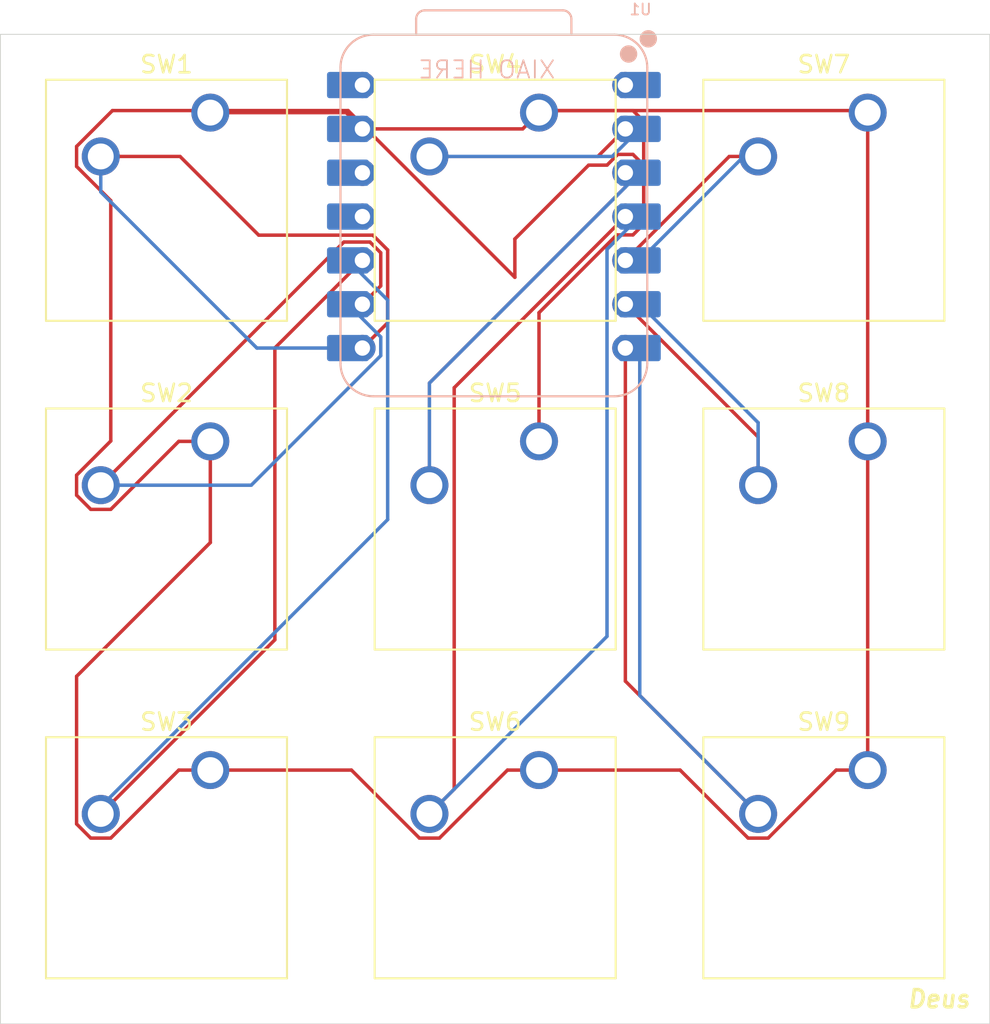
<source format=kicad_pcb>
(kicad_pcb (version 20241229) (generator "pcbnew") (generator_version "9.0")
  (layers (0 "F.Cu" signal) (2 "B.Cu" signal) (13 "F.Paste" user) (15 "B.Paste" user) (5 "F.SilkS" user "F.Silkscreen") (7 "B.SilkS" user "B.Silkscreen") (1 "F.Mask" user) (3 "B.Mask" user) (25 "Edge.Cuts" user))
  (net 0 "")
  (net 1 "GND")
  (net 2 "Net-(U1-GPIO1{slash}RX)")
  (net 3 "Net-(U1-GPIO2{slash}SCK)")
  (net 4 "Net-(U1-GPIO4{slash}MISO)")
  (net 5 "Net-(U1-GPIO27{slash}ADC1{slash}A1)")
  (net 6 "Net-(U1-GPIO28{slash}ADC2{slash}A2)")
  (net 7 "Net-(U1-GPIO29{slash}ADC3{slash}A3)")
  (net 8 "Net-(U1-GPIO6{slash}SDA)")
  (net 9 "Net-(U1-GPIO7{slash}SCL)")
  (net 10 "Net-(U1-GPIO0{slash}TX)")
  (net 11 "+5V")
  (footprint "Button_Switch_Keyboard:SW_Cherry_MX_1.00u_PCB" (layer "F.Cu") (at 186.464776 63.97625)
    (property "Reference" "SW4" (at -2.54 -2.794 0) (layer "F.SilkS"))
    (property "Value" "SW_Push")
    (fp_line (start -9.525 -1.905) (end 4.445 -1.905) (stroke (width 0.12)) (layer "F.SilkS"))
    (fp_line (start -9.525 12.065) (end -9.525 -1.905) (stroke (width 0.12)) (layer "F.SilkS"))
    (fp_line (start 4.445 -1.905) (end 4.445 12.065) (stroke (width 0.12)) (layer "F.SilkS"))
    (fp_line (start 4.445 12.065) (end -9.525 12.065) (stroke (width 0.12)) (layer "F.SilkS"))
    (pad "" np_thru_hole circle (at -7.62 5.08) (size 1.7 1.7) (drill 1.7) (layers "*.Cu" "*.Mask"))
    (pad "" np_thru_hole circle (at -2.54 5.08) (size 4 4) (drill 4) (layers "*.Cu" "*.Mask"))
    (pad "" np_thru_hole circle (at 2.54 5.08) (size 1.7 1.7) (drill 1.7) (layers "*.Cu" "*.Mask"))
    (pad "1" thru_hole circle (at 0 0) (size 2.2 2.2) (drill 1.5) (layers "*.Cu" "*.Mask") (net 1 "GND"))
    (pad "2" thru_hole circle (at -6.35 2.54) (size 2.2 2.2) (drill 1.5) (layers "*.Cu" "*.Mask") (net 5 "Net-(U1-GPIO27{slash}ADC1{slash}A1)"))
  )
  (footprint "Button_Switch_Keyboard:SW_Cherry_MX_1.00u_PCB" (layer "F.Cu") (at 205.514776 83.02625)
    (property "Reference" "SW8" (at -2.54 -2.794 0) (layer "F.SilkS"))
    (property "Value" "SW_Push")
    (fp_line (start -9.525 -1.905) (end 4.445 -1.905) (stroke (width 0.12)) (layer "F.SilkS"))
    (fp_line (start -9.525 12.065) (end -9.525 -1.905) (stroke (width 0.12)) (layer "F.SilkS"))
    (fp_line (start 4.445 -1.905) (end 4.445 12.065) (stroke (width 0.12)) (layer "F.SilkS"))
    (fp_line (start 4.445 12.065) (end -9.525 12.065) (stroke (width 0.12)) (layer "F.SilkS"))
    (pad "" np_thru_hole circle (at -7.62 5.08) (size 1.7 1.7) (drill 1.7) (layers "*.Cu" "*.Mask"))
    (pad "" np_thru_hole circle (at -2.54 5.08) (size 4 4) (drill 4) (layers "*.Cu" "*.Mask"))
    (pad "" np_thru_hole circle (at 2.54 5.08) (size 1.7 1.7) (drill 1.7) (layers "*.Cu" "*.Mask"))
    (pad "1" thru_hole circle (at 0 0) (size 2.2 2.2) (drill 1.5) (layers "*.Cu" "*.Mask") (net 1 "GND"))
    (pad "2" thru_hole circle (at -6.35 2.54) (size 2.2 2.2) (drill 1.5) (layers "*.Cu" "*.Mask") (net 9 "Net-(U1-GPIO7{slash}SCL)"))
  )
  (footprint "Button_Switch_Keyboard:SW_Cherry_MX_1.00u_PCB" (layer "F.Cu") (at 205.514776 102.07625)
    (property "Reference" "SW9" (at -2.54 -2.794 0) (layer "F.SilkS"))
    (property "Value" "SW_Push")
    (fp_line (start -9.525 -1.905) (end 4.445 -1.905) (stroke (width 0.12)) (layer "F.SilkS"))
    (fp_line (start -9.525 12.065) (end -9.525 -1.905) (stroke (width 0.12)) (layer "F.SilkS"))
    (fp_line (start 4.445 -1.905) (end 4.445 12.065) (stroke (width 0.12)) (layer "F.SilkS"))
    (fp_line (start 4.445 12.065) (end -9.525 12.065) (stroke (width 0.12)) (layer "F.SilkS"))
    (pad "" np_thru_hole circle (at -7.62 5.08) (size 1.7 1.7) (drill 1.7) (layers "*.Cu" "*.Mask"))
    (pad "" np_thru_hole circle (at -2.54 5.08) (size 4 4) (drill 4) (layers "*.Cu" "*.Mask"))
    (pad "" np_thru_hole circle (at 2.54 5.08) (size 1.7 1.7) (drill 1.7) (layers "*.Cu" "*.Mask"))
    (pad "1" thru_hole circle (at 0 0) (size 2.2 2.2) (drill 1.5) (layers "*.Cu" "*.Mask") (net 1 "GND"))
    (pad "2" thru_hole circle (at -6.35 2.54) (size 2.2 2.2) (drill 1.5) (layers "*.Cu" "*.Mask") (net 10 "Net-(U1-GPIO0{slash}TX)"))
  )
  (footprint "Button_Switch_Keyboard:SW_Cherry_MX_1.00u_PCB" (layer "F.Cu") (at 167.414776 102.07625)
    (property "Reference" "SW3" (at -2.54 -2.794 0) (layer "F.SilkS"))
    (property "Value" "SW_Push")
    (fp_line (start -9.525 -1.905) (end 4.445 -1.905) (stroke (width 0.12)) (layer "F.SilkS"))
    (fp_line (start -9.525 12.065) (end -9.525 -1.905) (stroke (width 0.12)) (layer "F.SilkS"))
    (fp_line (start 4.445 -1.905) (end 4.445 12.065) (stroke (width 0.12)) (layer "F.SilkS"))
    (fp_line (start 4.445 12.065) (end -9.525 12.065) (stroke (width 0.12)) (layer "F.SilkS"))
    (pad "" np_thru_hole circle (at -7.62 5.08) (size 1.7 1.7) (drill 1.7) (layers "*.Cu" "*.Mask"))
    (pad "" np_thru_hole circle (at -2.54 5.08) (size 4 4) (drill 4) (layers "*.Cu" "*.Mask"))
    (pad "" np_thru_hole circle (at 2.54 5.08) (size 1.7 1.7) (drill 1.7) (layers "*.Cu" "*.Mask"))
    (pad "1" thru_hole circle (at 0 0) (size 2.2 2.2) (drill 1.5) (layers "*.Cu" "*.Mask") (net 1 "GND"))
    (pad "2" thru_hole circle (at -6.35 2.54) (size 2.2 2.2) (drill 1.5) (layers "*.Cu" "*.Mask") (net 4 "Net-(U1-GPIO4{slash}MISO)"))
  )
  (footprint "Button_Switch_Keyboard:SW_Cherry_MX_1.00u_PCB" (layer "F.Cu") (at 186.464776 102.07625)
    (property "Reference" "SW6" (at -2.54 -2.794 0) (layer "F.SilkS"))
    (property "Value" "SW_Push")
    (fp_line (start -9.525 -1.905) (end 4.445 -1.905) (stroke (width 0.12)) (layer "F.SilkS"))
    (fp_line (start -9.525 12.065) (end -9.525 -1.905) (stroke (width 0.12)) (layer "F.SilkS"))
    (fp_line (start 4.445 -1.905) (end 4.445 12.065) (stroke (width 0.12)) (layer "F.SilkS"))
    (fp_line (start 4.445 12.065) (end -9.525 12.065) (stroke (width 0.12)) (layer "F.SilkS"))
    (pad "" np_thru_hole circle (at -7.62 5.08) (size 1.7 1.7) (drill 1.7) (layers "*.Cu" "*.Mask"))
    (pad "" np_thru_hole circle (at -2.54 5.08) (size 4 4) (drill 4) (layers "*.Cu" "*.Mask"))
    (pad "" np_thru_hole circle (at 2.54 5.08) (size 1.7 1.7) (drill 1.7) (layers "*.Cu" "*.Mask"))
    (pad "1" thru_hole circle (at 0 0) (size 2.2 2.2) (drill 1.5) (layers "*.Cu" "*.Mask") (net 1 "GND"))
    (pad "2" thru_hole circle (at -6.35 2.54) (size 2.2 2.2) (drill 1.5) (layers "*.Cu" "*.Mask") (net 7 "Net-(U1-GPIO29{slash}ADC3{slash}A3)"))
  )
  (footprint "Button_Switch_Keyboard:SW_Cherry_MX_1.00u_PCB" (layer "F.Cu") (at 167.414776 63.97625)
    (property "Reference" "SW1" (at -2.54 -2.794 0) (layer "F.SilkS"))
    (property "Value" "SW_Push")
    (fp_line (start -9.525 -1.905) (end 4.445 -1.905) (stroke (width 0.12)) (layer "F.SilkS"))
    (fp_line (start -9.525 12.065) (end -9.525 -1.905) (stroke (width 0.12)) (layer "F.SilkS"))
    (fp_line (start 4.445 -1.905) (end 4.445 12.065) (stroke (width 0.12)) (layer "F.SilkS"))
    (fp_line (start 4.445 12.065) (end -9.525 12.065) (stroke (width 0.12)) (layer "F.SilkS"))
    (pad "" np_thru_hole circle (at -7.62 5.08) (size 1.7 1.7) (drill 1.7) (layers "*.Cu" "*.Mask"))
    (pad "" np_thru_hole circle (at -2.54 5.08) (size 4 4) (drill 4) (layers "*.Cu" "*.Mask"))
    (pad "" np_thru_hole circle (at 2.54 5.08) (size 1.7 1.7) (drill 1.7) (layers "*.Cu" "*.Mask"))
    (pad "1" thru_hole circle (at 0 0) (size 2.2 2.2) (drill 1.5) (layers "*.Cu" "*.Mask") (net 1 "GND"))
    (pad "2" thru_hole circle (at -6.35 2.54) (size 2.2 2.2) (drill 1.5) (layers "*.Cu" "*.Mask") (net 2 "Net-(U1-GPIO1{slash}RX)"))
  )
  (footprint "Button_Switch_Keyboard:SW_Cherry_MX_1.00u_PCB" (layer "F.Cu") (at 205.514776 63.97625)
    (property "Reference" "SW7" (at -2.54 -2.794 0) (layer "F.SilkS"))
    (property "Value" "SW_Push")
    (fp_line (start -9.525 -1.905) (end 4.445 -1.905) (stroke (width 0.12)) (layer "F.SilkS"))
    (fp_line (start -9.525 12.065) (end -9.525 -1.905) (stroke (width 0.12)) (layer "F.SilkS"))
    (fp_line (start 4.445 -1.905) (end 4.445 12.065) (stroke (width 0.12)) (layer "F.SilkS"))
    (fp_line (start 4.445 12.065) (end -9.525 12.065) (stroke (width 0.12)) (layer "F.SilkS"))
    (pad "" np_thru_hole circle (at -7.62 5.08) (size 1.7 1.7) (drill 1.7) (layers "*.Cu" "*.Mask"))
    (pad "" np_thru_hole circle (at -2.54 5.08) (size 4 4) (drill 4) (layers "*.Cu" "*.Mask"))
    (pad "" np_thru_hole circle (at 2.54 5.08) (size 1.7 1.7) (drill 1.7) (layers "*.Cu" "*.Mask"))
    (pad "1" thru_hole circle (at 0 0) (size 2.2 2.2) (drill 1.5) (layers "*.Cu" "*.Mask") (net 1 "GND"))
    (pad "2" thru_hole circle (at -6.35 2.54) (size 2.2 2.2) (drill 1.5) (layers "*.Cu" "*.Mask") (net 8 "Net-(U1-GPIO6{slash}SDA)"))
  )
  (footprint "Button_Switch_Keyboard:SW_Cherry_MX_1.00u_PCB" (layer "F.Cu") (at 186.464776 83.02625)
    (property "Reference" "SW5" (at -2.54 -2.794 0) (layer "F.SilkS"))
    (property "Value" "SW_Push")
    (fp_line (start -9.525 -1.905) (end 4.445 -1.905) (stroke (width 0.12)) (layer "F.SilkS"))
    (fp_line (start -9.525 12.065) (end -9.525 -1.905) (stroke (width 0.12)) (layer "F.SilkS"))
    (fp_line (start 4.445 -1.905) (end 4.445 12.065) (stroke (width 0.12)) (layer "F.SilkS"))
    (fp_line (start 4.445 12.065) (end -9.525 12.065) (stroke (width 0.12)) (layer "F.SilkS"))
    (pad "" np_thru_hole circle (at -7.62 5.08) (size 1.7 1.7) (drill 1.7) (layers "*.Cu" "*.Mask"))
    (pad "" np_thru_hole circle (at -2.54 5.08) (size 4 4) (drill 4) (layers "*.Cu" "*.Mask"))
    (pad "" np_thru_hole circle (at 2.54 5.08) (size 1.7 1.7) (drill 1.7) (layers "*.Cu" "*.Mask"))
    (pad "1" thru_hole circle (at 0 0) (size 2.2 2.2) (drill 1.5) (layers "*.Cu" "*.Mask") (net 1 "GND"))
    (pad "2" thru_hole circle (at -6.35 2.54) (size 2.2 2.2) (drill 1.5) (layers "*.Cu" "*.Mask") (net 6 "Net-(U1-GPIO28{slash}ADC2{slash}A2)"))
  )
  (footprint "Button_Switch_Keyboard:SW_Cherry_MX_1.00u_PCB" (layer "F.Cu") (at 167.414776 83.02625)
    (property "Reference" "SW2" (at -2.54 -2.794 0) (layer "F.SilkS"))
    (property "Value" "SW_Push")
    (fp_line (start -9.525 -1.905) (end 4.445 -1.905) (stroke (width 0.12)) (layer "F.SilkS"))
    (fp_line (start -9.525 12.065) (end -9.525 -1.905) (stroke (width 0.12)) (layer "F.SilkS"))
    (fp_line (start 4.445 -1.905) (end 4.445 12.065) (stroke (width 0.12)) (layer "F.SilkS"))
    (fp_line (start 4.445 12.065) (end -9.525 12.065) (stroke (width 0.12)) (layer "F.SilkS"))
    (pad "" np_thru_hole circle (at -7.62 5.08) (size 1.7 1.7) (drill 1.7) (layers "*.Cu" "*.Mask"))
    (pad "" np_thru_hole circle (at -2.54 5.08) (size 4 4) (drill 4) (layers "*.Cu" "*.Mask"))
    (pad "" np_thru_hole circle (at 2.54 5.08) (size 1.7 1.7) (drill 1.7) (layers "*.Cu" "*.Mask"))
    (pad "1" thru_hole circle (at 0 0) (size 2.2 2.2) (drill 1.5) (layers "*.Cu" "*.Mask") (net 1 "GND"))
    (pad "2" thru_hole circle (at -6.35 2.54) (size 2.2 2.2) (drill 1.5) (layers "*.Cu" "*.Mask") (net 3 "Net-(U1-GPIO2{slash}SCK)"))
  )
  (footprint "Seeed Studio XIAO Series Library:XIAO-RP2040-DIP" (layer "B.Cu") (at 183.849552 70 180)
    (property "Reference" "U1" (at -8.5 12 0) (layer "B.SilkS") (effects (font (size 0.635 0.635) (thickness 0.1016)) (justify mirror)))
    (property "Value" "XIAO-RP2040-DIP")
    (fp_line (start 8.89 -8.509) (end 8.89 8.636) (stroke (width 0.127)) (layer "B.SilkS"))
    (fp_line (start 6.985 10.541) (end -6.985 10.541) (stroke (width 0.1)) (layer "B.SilkS"))
    (fp_line (start 6.985 10.541) (end -6.985 10.541) (stroke (width 0.127)) (layer "B.SilkS"))
    (fp_line (start 4.504 11.451) (end 4.504 10.541) (stroke (width 0.127)) (layer "B.SilkS"))
    (fp_line (start -3.991272 11.951) (end 4.004 11.951) (stroke (width 0.127)) (layer "B.SilkS"))
    (fp_line (start -4.495 10.541) (end -4.491272 11.451272) (stroke (width 0.127)) (layer "B.SilkS"))
    (fp_line (start -6.985 -10.414) (end 6.985 -10.414) (stroke (width 0.127)) (layer "B.SilkS"))
    (fp_line (start -8.89 -8.509) (end -8.89 8.636) (stroke (width 0.127)) (layer "B.SilkS"))
    (fp_arc (start 8.89 8.636) (mid 8.332038 9.983038) (end 6.985 10.541) (stroke (width 0.127)) (layer "B.SilkS"))
    (fp_arc (start 6.985 -10.414) (mid 8.332038 -9.856038) (end 8.89 -8.509) (stroke (width 0.127)) (layer "B.SilkS"))
    (fp_arc (start 4.504 11.451) (mid 4.357553 11.804553) (end 4.004 11.951) (stroke (width 0.127)) (layer "B.SilkS"))
    (fp_arc (start -3.991272 11.951) (mid -4.344724 11.804644) (end -4.491272 11.451272) (stroke (width 0.127)) (layer "B.SilkS"))
    (fp_arc (start -6.985 10.541) (mid -8.332038 9.983038) (end -8.89 8.636) (stroke (width 0.127)) (layer "B.SilkS"))
    (fp_arc (start -8.89 -8.509) (mid -8.332038 -9.856038) (end -6.985 -10.414) (stroke (width 0.127)) (layer "B.SilkS"))
    (fp_circle (center -7.807 9.42) (end -7.807 9.674) (stroke (width 0.5)) (fill yes) (layer "B.SilkS"))
    (fp_circle (center -8.95 10.3) (end -8.95 10.554) (stroke (width 0.5)) (fill yes) (layer "B.SilkS"))
    (pad "1" smd roundrect (at -8.455 7.62) (size 2.432 1.524) (layers "B.Cu" "B.Mask") (roundrect_rratio 0.1))
    (pad "1" thru_hole circle (at -7.62 7.62) (size 1.524 1.524) (drill 0.889) (layers "*.Cu" "*.Mask"))
    (pad "2" smd roundrect (at -8.455 5.08) (size 2.432 1.524) (layers "B.Cu" "B.Mask") (roundrect_rratio 0.1) (net 5 "Net-(U1-GPIO27{slash}ADC1{slash}A1)"))
    (pad "2" thru_hole circle (at -7.62 5.08) (size 1.524 1.524) (drill 0.889) (layers "*.Cu" "*.Mask") (net 5 "Net-(U1-GPIO27{slash}ADC1{slash}A1)"))
    (pad "3" smd roundrect (at -8.455 2.54) (size 2.432 1.524) (layers "B.Cu" "B.Mask") (roundrect_rratio 0.1) (net 6 "Net-(U1-GPIO28{slash}ADC2{slash}A2)"))
    (pad "3" thru_hole circle (at -7.62 2.54) (size 1.524 1.524) (drill 0.889) (layers "*.Cu" "*.Mask") (net 6 "Net-(U1-GPIO28{slash}ADC2{slash}A2)"))
    (pad "4" smd roundrect (at -8.455 0) (size 2.432 1.524) (layers "B.Cu" "B.Mask") (roundrect_rratio 0.1) (net 7 "Net-(U1-GPIO29{slash}ADC3{slash}A3)"))
    (pad "4" thru_hole circle (at -7.62 0) (size 1.524 1.524) (drill 0.889) (layers "*.Cu" "*.Mask") (net 7 "Net-(U1-GPIO29{slash}ADC3{slash}A3)"))
    (pad "5" smd roundrect (at -8.455 -2.54) (size 2.432 1.524) (layers "B.Cu" "B.Mask") (roundrect_rratio 0.1) (net 8 "Net-(U1-GPIO6{slash}SDA)"))
    (pad "5" thru_hole circle (at -7.62 -2.54) (size 1.524 1.524) (drill 0.889) (layers "*.Cu" "*.Mask") (net 8 "Net-(U1-GPIO6{slash}SDA)"))
    (pad "6" smd roundrect (at -8.455 -5.08) (size 2.432 1.524) (layers "B.Cu" "B.Mask") (roundrect_rratio 0.1) (net 9 "Net-(U1-GPIO7{slash}SCL)"))
    (pad "6" thru_hole circle (at -7.62 -5.08) (size 1.524 1.524) (drill 0.889) (layers "*.Cu" "*.Mask") (net 9 "Net-(U1-GPIO7{slash}SCL)"))
    (pad "7" smd roundrect (at -8.455 -7.62) (size 2.432 1.524) (layers "B.Cu" "B.Mask") (roundrect_rratio 0.1) (net 10 "Net-(U1-GPIO0{slash}TX)"))
    (pad "7" thru_hole circle (at -7.62 -7.62) (size 1.524 1.524) (drill 0.889) (layers "*.Cu" "*.Mask") (net 10 "Net-(U1-GPIO0{slash}TX)"))
    (pad "8" thru_hole circle (at 7.62 -7.62 180) (size 1.524 1.524) (drill 0.889) (layers "*.Cu" "*.Mask") (net 2 "Net-(U1-GPIO1{slash}RX)"))
    (pad "8" smd roundrect (at 8.455 -7.62 180) (size 2.432 1.524) (layers "B.Cu" "B.Mask") (roundrect_rratio 0.1) (net 2 "Net-(U1-GPIO1{slash}RX)"))
    (pad "9" thru_hole circle (at 7.62 -5.08 180) (size 1.524 1.524) (drill 0.889) (layers "*.Cu" "*.Mask") (net 3 "Net-(U1-GPIO2{slash}SCK)"))
    (pad "9" smd roundrect (at 8.455 -5.08 180) (size 2.432 1.524) (layers "B.Cu" "B.Mask") (roundrect_rratio 0.1) (net 3 "Net-(U1-GPIO2{slash}SCK)"))
    (pad "10" thru_hole circle (at 7.62 -2.54 180) (size 1.524 1.524) (drill 0.889) (layers "*.Cu" "*.Mask") (net 4 "Net-(U1-GPIO4{slash}MISO)"))
    (pad "10" smd roundrect (at 8.455 -2.54 180) (size 2.432 1.524) (layers "B.Cu" "B.Mask") (roundrect_rratio 0.1) (net 4 "Net-(U1-GPIO4{slash}MISO)"))
    (pad "11" thru_hole circle (at 7.62 0 180) (size 1.524 1.524) (drill 0.889) (layers "*.Cu" "*.Mask"))
    (pad "11" smd roundrect (at 8.455 0 180) (size 2.432 1.524) (layers "B.Cu" "B.Mask") (roundrect_rratio 0.1))
    (pad "12" thru_hole circle (at 7.62 2.54 180) (size 1.524 1.524) (drill 0.889) (layers "*.Cu" "*.Mask"))
    (pad "12" smd roundrect (at 8.455 2.54 180) (size 2.432 1.524) (layers "B.Cu" "B.Mask") (roundrect_rratio 0.1))
    (pad "13" thru_hole circle (at 7.62 5.08 180) (size 1.524 1.524) (drill 0.889) (layers "*.Cu" "*.Mask") (net 1 "GND"))
    (pad "13" smd roundrect (at 8.455 5.08 180) (size 2.432 1.524) (layers "B.Cu" "B.Mask") (roundrect_rratio 0.1) (net 1 "GND"))
    (pad "14" thru_hole circle (at 7.62 7.62 180) (size 1.524 1.524) (drill 0.889) (layers "*.Cu" "*.Mask") (net 11 "+5V"))
    (pad "14" smd roundrect (at 8.455 7.62 180) (size 2.432 1.524) (layers "B.Cu" "B.Mask") (roundrect_rratio 0.1) (net 11 "+5V"))
  )
  (gr_rect (start 155.25 59.44) (end 212.59 116.78) (stroke (width 0.05)) (fill no) (layer "Edge.Cuts"))
  (gr_text "Deus" (at 207.73 115.93 0) (layer "F.SilkS") (effects (font (size 1 1) (thickness 0.2) (bold yes) (italic yes)) (justify left bottom)))
  (gr_text "XIAO HERE" (at 187.48 62.07125 0) (layer "B.SilkS") (effects (font (size 1 1) (thickness 0.1)) (justify left bottom mirror)))
  (segment (start 161.64509 83.004622) (end 161.64509 69.077878) (width 0.2) (layer "F.Cu") (net 1))
  (segment (start 159.663776 96.642066) (end 167.414776 88.891066) (width 0.2) (layer "F.Cu") (net 1))
  (segment (start 159.663776 86.146564) (end 159.663776 84.985936) (width 0.2) (layer "F.Cu") (net 1))
  (segment (start 190.973652 71.063) (end 186.464776 75.571876) (width 0.2) (layer "F.Cu") (net 1))
  (segment (start 190.406552 67.01969) (end 191.029242 66.397) (width 0.2) (layer "F.Cu") (net 1))
  (segment (start 205.514776 83.02625) (end 205.514776 102.07625) (width 0.2) (layer "F.Cu") (net 1))
  (segment (start 161.64509 69.077878) (end 159.663776 67.096564) (width 0.2) (layer "F.Cu") (net 1))
  (segment (start 167.414776 88.891066) (end 167.414776 83.02625) (width 0.2) (layer "F.Cu") (net 1))
  (segment (start 192.532552 64.47969) (end 192.532552 70.44031) (width 0.2) (layer "F.Cu") (net 1))
  (segment (start 189.342866 67.01969) (end 190.406552 67.01969) (width 0.2) (layer "F.Cu") (net 1))
  (segment (start 176.229552 64.92) (end 185.521026 64.92) (width 0.2) (layer "F.Cu") (net 1))
  (segment (start 161.742712 63.857) (end 175.40071 63.857) (width 0.2) (layer "F.Cu") (net 1))
  (segment (start 159.663776 105.196564) (end 159.663776 96.642066) (width 0.2) (layer "F.Cu") (net 1))
  (segment (start 160.484462 86.96725) (end 159.663776 86.146564) (width 0.2) (layer "F.Cu") (net 1))
  (segment (start 203.68609 102.07625) (end 199.74509 106.01725) (width 0.2) (layer "F.Cu") (net 1))
  (segment (start 185.064908 73.521198) (end 185.064908 71.297648) (width 0.2) (layer "F.Cu") (net 1))
  (segment (start 175.285802 63.97625) (end 167.414776 63.97625) (width 0.2) (layer "F.Cu") (net 1))
  (segment (start 159.663776 67.096564) (end 159.663776 65.935936) (width 0.2) (layer "F.Cu") (net 1))
  (segment (start 167.414776 83.02625) (end 165.58609 83.02625) (width 0.2) (layer "F.Cu") (net 1))
  (segment (start 192.532552 70.44031) (end 191.909862 71.063) (width 0.2) (layer "F.Cu") (net 1))
  (segment (start 191.909862 71.063) (end 190.973652 71.063) (width 0.2) (layer "F.Cu") (net 1))
  (segment (start 186.464776 102.07625) (end 184.63609 102.07625) (width 0.2) (layer "F.Cu") (net 1))
  (segment (start 159.663776 84.985936) (end 161.64509 83.004622) (width 0.2) (layer "F.Cu") (net 1))
  (segment (start 192.532552 67.01969) (end 192.532552 70.44031) (width 0.2) (layer "F.Cu") (net 1))
  (segment (start 175.40071 63.857) (end 185.064908 73.521198) (width 0.2) (layer "F.Cu") (net 1))
  (segment (start 191.909862 63.857) (end 192.532552 64.47969) (width 0.2) (layer "F.Cu") (net 1))
  (segment (start 186.584026 63.857) (end 191.909862 63.857) (width 0.2) (layer "F.Cu") (net 1))
  (segment (start 191.909862 66.397) (end 192.532552 67.01969) (width 0.2) (layer "F.Cu") (net 1))
  (segment (start 205.514776 63.97625) (end 205.514776 83.02625) (width 0.2) (layer "F.Cu") (net 1))
  (segment (start 165.58609 102.07625) (end 161.64509 106.01725) (width 0.2) (layer "F.Cu") (net 1))
  (segment (start 185.064908 71.297648) (end 189.342866 67.01969) (width 0.2) (layer "F.Cu") (net 1))
  (segment (start 161.64509 86.96725) (end 160.484462 86.96725) (width 0.2) (layer "F.Cu") (net 1))
  (segment (start 175.593462 102.07625) (end 167.414776 102.07625) (width 0.2) (layer "F.Cu") (net 1))
  (segment (start 205.514776 102.07625) (end 203.68609 102.07625) (width 0.2) (layer "F.Cu") (net 1))
  (segment (start 186.584026 63.857) (end 205.395526 63.857) (width 0.2) (layer "F.Cu") (net 1))
  (segment (start 179.534462 106.01725) (end 175.593462 102.07625) (width 0.2) (layer "F.Cu") (net 1))
  (segment (start 191.029242 66.397) (end 191.909862 66.397) (width 0.2) (layer "F.Cu") (net 1))
  (segment (start 159.663776 65.935936) (end 161.742712 63.857) (width 0.2) (layer "F.Cu") (net 1))
  (segment (start 186.464776 75.571876) (end 186.464776 83.02625) (width 0.2) (layer "F.Cu") (net 1))
  (segment (start 176.229552 64.92) (end 175.285802 63.97625) (width 0.2) (layer "F.Cu") (net 1))
  (segment (start 165.58609 83.02625) (end 161.64509 86.96725) (width 0.2) (layer "F.Cu") (net 1))
  (segment (start 194.643462 102.07625) (end 186.464776 102.07625) (width 0.2) (layer "F.Cu") (net 1))
  (segment (start 184.63609 102.07625) (end 180.69509 106.01725) (width 0.2) (layer "F.Cu") (net 1))
  (segment (start 199.74509 106.01725) (end 198.584462 106.01725) (width 0.2) (layer "F.Cu") (net 1))
  (segment (start 161.64509 106.01725) (end 160.484462 106.01725) (width 0.2) (layer "F.Cu") (net 1))
  (segment (start 160.484462 106.01725) (end 159.663776 105.196564) (width 0.2) (layer "F.Cu") (net 1))
  (segment (start 198.584462 106.01725) (end 194.643462 102.07625) (width 0.2) (layer "F.Cu") (net 1))
  (segment (start 205.395526 63.857) (end 205.514776 63.97625) (width 0.2) (layer "F.Cu") (net 1))
  (segment (start 185.521026 64.92) (end 186.464776 63.97625) (width 0.2) (layer "F.Cu") (net 1))
  (segment (start 180.69509 106.01725) (end 179.534462 106.01725) (width 0.2) (layer "F.Cu") (net 1))
  (segment (start 167.414776 102.07625) (end 165.58609 102.07625) (width 0.2) (layer "F.Cu") (net 1))
  (segment (start 186.464776 63.97625) (end 186.584026 63.857) (width 0.2) (layer "F.Cu") (net 1))
  (segment (start 176.835962 71.076) (end 170.219342 71.076) (width 0.2) (layer "F.Cu") (net 2))
  (segment (start 176.229552 77.62) (end 177.693552 76.156) (width 0.2) (layer "F.Cu") (net 2))
  (segment (start 177.693552 76.156) (end 177.693552 71.93359) (width 0.2) (layer "F.Cu") (net 2))
  (segment (start 165.659592 66.51625) (end 161.064776 66.51625) (width 0.2) (layer "F.Cu") (net 2))
  (segment (start 177.693552 71.93359) (end 176.835962 71.076) (width 0.2) (layer "F.Cu") (net 2))
  (segment (start 170.219342 71.076) (end 165.659592 66.51625) (width 0.2) (layer "F.Cu") (net 2))
  (segment (start 175.394552 77.62) (end 170.11371 77.62) (width 0.2) (layer "B.Cu") (net 2))
  (segment (start 161.064776 68.571066) (end 161.064776 66.51625) (width 0.2) (layer "B.Cu") (net 2))
  (segment (start 170.11371 77.62) (end 161.064776 68.571066) (width 0.2) (layer "B.Cu") (net 2))
  (segment (start 177.292552 72.09969) (end 176.669862 71.477) (width 0.2) (layer "F.Cu") (net 3))
  (segment (start 176.669862 71.477) (end 175.154026 71.477) (width 0.2) (layer "F.Cu") (net 3))
  (segment (start 177.292552 74.017) (end 177.292552 72.09969) (width 0.2) (layer "F.Cu") (net 3))
  (segment (start 175.154026 71.477) (end 161.064776 85.56625) (width 0.2) (layer "F.Cu") (net 3))
  (segment (start 176.229552 75.08) (end 177.292552 74.017) (width 0.2) (layer "F.Cu") (net 3))
  (segment (start 175.394552 75.08) (end 177.292552 76.978) (width 0.2) (layer "B.Cu") (net 3))
  (segment (start 169.786612 85.56625) (end 161.064776 85.56625) (width 0.2) (layer "B.Cu") (net 3))
  (segment (start 177.292552 78.06031) (end 169.786612 85.56625) (width 0.2) (layer "B.Cu") (net 3))
  (segment (start 177.292552 76.978) (end 177.292552 78.06031) (width 0.2) (layer "B.Cu") (net 3))
  (segment (start 171.155776 77.613776) (end 171.155776 94.52525) (width 0.2) (layer "F.Cu") (net 4))
  (segment (start 176.229552 72.54) (end 171.155776 77.613776) (width 0.2) (layer "F.Cu") (net 4))
  (segment (start 171.155776 94.52525) (end 161.064776 104.61625) (width 0.2) (layer "F.Cu") (net 4))
  (segment (start 177.693552 87.559004) (end 161.064776 104.18778) (width 0.2) (layer "B.Cu") (net 4))
  (segment (start 161.064776 104.18778) (end 161.064776 104.61625) (width 0.2) (layer "B.Cu") (net 4))
  (segment (start 177.693552 74.839) (end 177.693552 87.559004) (width 0.2) (layer "B.Cu") (net 4))
  (segment (start 175.394552 72.54) (end 177.693552 74.839) (width 0.2) (layer "B.Cu") (net 4))
  (segment (start 189.873302 66.51625) (end 180.114776 66.51625) (width 0.2) (layer "F.Cu") (net 5))
  (segment (start 191.469552 64.92) (end 189.873302 66.51625) (width 0.2) (layer "F.Cu") (net 5))
  (segment (start 192.304552 64.92) (end 190.708302 66.51625) (width 0.2) (layer "B.Cu") (net 5))
  (segment (start 190.708302 66.51625) (end 180.114776 66.51625) (width 0.2) (layer "B.Cu") (net 5))
  (segment (start 191.469552 67.46) (end 191.469552 68.289944) (width 0.2) (layer "F.Cu") (net 6))
  (segment (start 191.469552 68.289944) (end 180.114776 79.64472) (width 0.2) (layer "F.Cu") (net 6))
  (segment (start 180.114776 79.64472) (end 180.114776 85.56625) (width 0.2) (layer "F.Cu") (net 6))
  (segment (start 180.114776 79.649776) (end 180.114776 85.56625) (width 0.2) (layer "B.Cu") (net 6))
  (segment (start 192.304552 67.46) (end 180.114776 79.649776) (width 0.2) (layer "B.Cu") (net 6))
  (segment (start 191.469552 70) (end 181.55 79.919552) (width 0.2) (layer "F.Cu") (net 7))
  (segment (start 181.55 79.919552) (end 181.55 103.181026) (width 0.2) (layer "F.Cu") (net 7))
  (segment (start 181.55 103.181026) (end 180.114776 104.61625) (width 0.2) (layer "F.Cu") (net 7))
  (segment (start 190.406552 94.324474) (end 180.114776 104.61625) (width 0.2) (layer "B.Cu") (net 7))
  (segment (start 190.406552 71.898) (end 190.406552 94.324474) (width 0.2) (layer "B.Cu") (net 7))
  (segment (start 192.304552 70) (end 190.406552 71.898) (width 0.2) (layer "B.Cu") (net 7))
  (segment (start 191.469552 72.54) (end 197.493302 66.51625) (width 0.2) (layer "F.Cu") (net 8))
  (segment (start 197.493302 66.51625) (end 199.164776 66.51625) (width 0.2) (layer "F.Cu") (net 8))
  (segment (start 198.328302 66.51625) (end 199.164776 66.51625) (width 0.2) (layer "B.Cu") (net 8))
  (segment (start 192.304552 72.54) (end 198.328302 66.51625) (width 0.2) (layer "B.Cu") (net 8))
  (segment (start 199.164776 82.775224) (end 199.164776 85.56625) (width 0.2) (layer "F.Cu") (net 9))
  (segment (start 191.469552 75.08) (end 199.164776 82.775224) (width 0.2) (layer "F.Cu") (net 9))
  (segment (start 199.164776 81.940224) (end 199.164776 85.56625) (width 0.2) (layer "B.Cu") (net 9))
  (segment (start 192.304552 75.08) (end 199.164776 81.940224) (width 0.2) (layer "B.Cu") (net 9))
  (segment (start 191.469552 77.62) (end 191.469552 96.921026) (width 0.2) (layer "F.Cu") (net 10))
  (segment (start 191.469552 96.921026) (end 199.164776 104.61625) (width 0.2) (layer "F.Cu") (net 10))
  (segment (start 192.304552 97.756026) (end 199.164776 104.61625) (width 0.2) (layer "B.Cu") (net 10))
  (segment (start 192.304552 77.62) (end 192.304552 97.756026) (width 0.2) (layer "B.Cu") (net 10))
)
</source>
